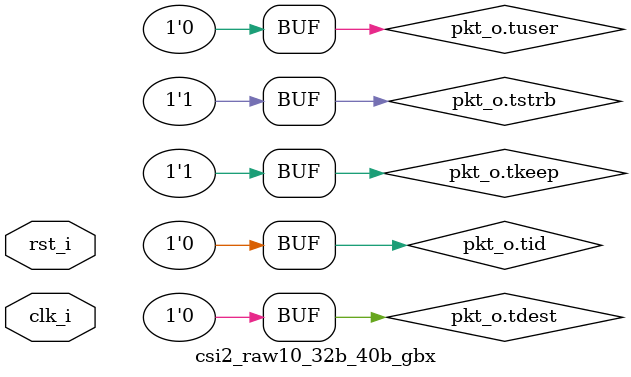
<source format=sv>
module csi2_raw10_32b_40b_gbx
(
  input                 clk_i,
  input                 rst_i,
  axi4_stream_if.slave  pkt_i,
  axi4_stream_if.master pkt_o
);

logic [31 : 0] tdata_d1;
logic [3 : 0]  tstrb_d1;

assign pkt_i.tready = pkt_o.tready;

enum logic [2 : 0] { FIRST_WORD_S,
                     SECOND_WORD_S,
                     THIRD_WORD_S,
                     FOURTH_WORD_S,
                     FITH_WORD_S } state, next_state;

always_ff @( posedge clk_i, posedge rst_i )
  if( rst_i )
    state <= FIRST_WORD_S;
  else
    state <= next_state;

always_comb
  begin
    next_state = state;
    case( state )
      FIRST_WORD_S:
        begin
          if( pkt_i.tvalid && pkt_i.tready )
            next_state = SECOND_WORD_S;
        end
      SECOND_WORD_S:
        begin
          if( pkt_i.tvalid && pkt_i.tready )
            if( pkt_i.tlast && ( pkt_i.tstrb == 4'b0001 ) )
              next_state = FIRST_WORD_S;
            else
              next_state = THIRD_WORD_S;
        end
      THIRD_WORD_S:
        begin
          if( pkt_i.tvalid && pkt_i.tready )
            if( pkt_i.tlast && ( pkt_i.tstrb <= 4'b0011 ) )
              next_state = FIRST_WORD_S;
            else
              next_state = FOURTH_WORD_S;
        end
      FOURTH_WORD_S:
        begin
          if( pkt_i.tvalid && pkt_i.tready )
            if( pkt_i.tlast && ( pkt_i.tstrb <= 4'b0111 ) )
              next_state = FIRST_WORD_S;
            else
              next_state = FITH_WORD_S;
        end
      FITH_WORD_S:
        begin
          if( pkt_i.tvalid && pkt_i.tready )
            next_state = FIRST_WORD_S;
        end
    endcase
  end

always_ff @( posedge clk_i, posedge rst_i )
  if( rst_i )
    begin
      tdata_d1  <= '0;
      tstrb_d1  <= '0;
    end
  else
    if( pkt_i.tready && pkt_i.tvalid )
      begin
        tdata_d1  <= pkt_i.tdata;
        tstrb_d1  <= pkt_i.tstrb;
      end
    
always_ff @( posedge clk_i, posedge rst_i )
  if ( rst_i )
    pkt_o.tdata <= '0;
  else
    if( pkt_i.tvalid && pkt_i.tready )
      case( state )
        FIRST_WORD_S:
          begin
            pkt_o.tdata[7 : 0]   <= pkt_i.tdata[7 : 0];
            pkt_o.tdata[15 : 8]  <= pkt_i.tdata[15 : 8];
            pkt_o.tdata[23 : 16] <= pkt_i.tdata[23 : 16];
            pkt_o.tdata[31 : 24] <= pkt_i.tdata[31 : 24];
          end
        SECOND_WORD_S:
          begin
            pkt_o.tdata[39 : 32] <= pkt_i.tdata[7 : 0];
          end
        THIRD_WORD_S:
          begin
            pkt_o.tdata[7 : 0]   <= tdata_d1[15 : 8];
            pkt_o.tdata[15 : 8]  <= tdata_d1[23 : 16];
            pkt_o.tdata[23 : 16] <= tdata_d1[31 : 24];
            pkt_o.tdata[31 : 24] <= pkt_i.tdata[7 : 0];
            pkt_o.tdata[39 : 32] <= pkt_i.tdata[15 : 8];
          end
        FOURTH_WORD_S:
          begin
            pkt_o.tdata[7 : 0]   <= tdata_d1[23 : 16];
            pkt_o.tdata[15 : 8]  <= tdata_d1[31 : 24];
            pkt_o.tdata[23 : 16] <= pkt_i.tdata[7 : 0];
            pkt_o.tdata[31 : 24] <= pkt_i.tdata[15 : 8];
            pkt_o.tdata[39 : 32] <= pkt_i.tdata[23 : 16];
          end
        FITH_WORD_S:
          begin
            pkt_o.tdata[7 : 0]   <= tdata_d1[31 : 24];
            pkt_o.tdata[15 : 8]  <= pkt_i.tdata[7 : 0];
            pkt_o.tdata[23 : 16] <= pkt_i.tdata[15 : 8];
            pkt_o.tdata[31 : 24] <= pkt_i.tdata[23 : 16];
            pkt_o.tdata[39 : 32] <= pkt_i.tdata[31 : 24];
          end
      endcase

always_ff @( posedge clk_i, posedge rst_i )
  if( rst_i )
    pkt_o.tvalid <= 1'b0;
  else
    if( state != FIRST_WORD_S )
      pkt_o.tvalid <= pkt_i.tvalid;
    else
      if( pkt_o.tready )
        pkt_o.tvalid <= 1'b0;

always_ff @( posedge clk_i, posedge rst_i )
  if( rst_i )
    pkt_o.tlast <= 1'b0;
  else
    if( pkt_i.tvalid && pkt_i.tready )
      pkt_o.tlast <= pkt_i.tlast;

/*always_ff @( posedge clk_i, posedge rst_i )
  if( rst_i )
    pkt_o.tstrb <= '1;
  else
    if( pkt_i.tvalid && pkt_i.tready && pkt_i.tlast )
      case( state )
        SECOND_WORD_S: pkt_o.tstrb <= 5'b0001;
      endcase
    else
      if( pkt_o.tready )
        pkt_o.tstrb <= '1;*/

assign pkt_o.tstrb = '1;
assign pkt_o.tkeep = pkt_o.tstrb;
assign pkt_o.tid   = '0;
assign pkt_o.tuser = '0;
assign pkt_o.tdest = '0;

endmodule

</source>
